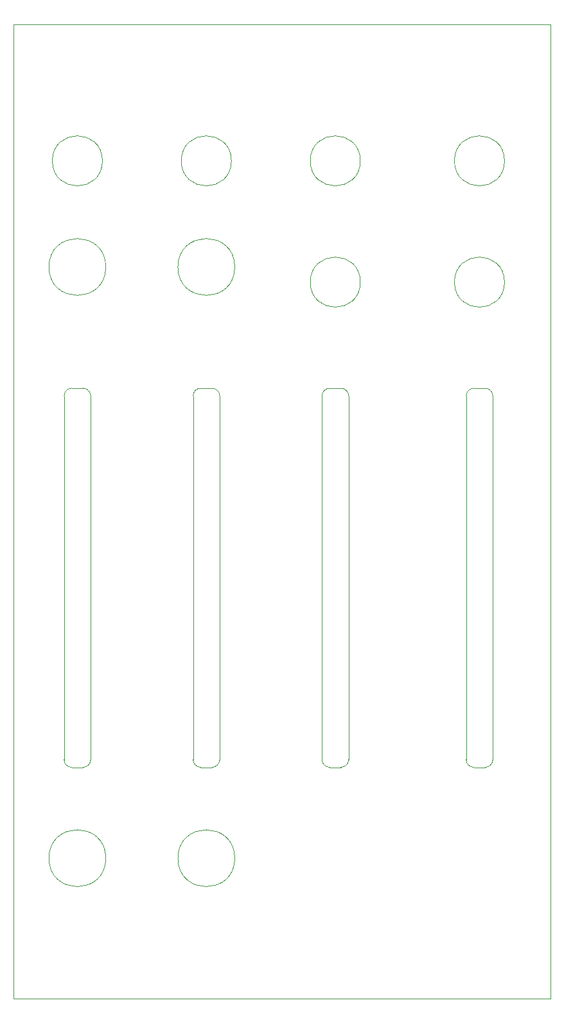
<source format=gm1>
%TF.GenerationSoftware,KiCad,Pcbnew,8.0.8*%
%TF.CreationDate,2025-02-16T22:07:38+00:00*%
%TF.ProjectId,bcm-mixer-panel,62636d2d-6d69-4786-9572-2d70616e656c,rev01*%
%TF.SameCoordinates,Original*%
%TF.FileFunction,Profile,NP*%
%FSLAX46Y46*%
G04 Gerber Fmt 4.6, Leading zero omitted, Abs format (unit mm)*
G04 Created by KiCad (PCBNEW 8.0.8) date 2025-02-16 22:07:38*
%MOMM*%
%LPD*%
G01*
G04 APERTURE LIST*
%TA.AperFunction,Profile*%
%ADD10C,0.050000*%
%TD*%
G04 APERTURE END LIST*
D10*
X93750000Y-90000000D02*
G75*
G02*
X94750000Y-91000000I0J-1000000D01*
G01*
X72250000Y-91000000D02*
X72250000Y-139000000D01*
X91250000Y-91000000D02*
G75*
G02*
X92250000Y-90000000I1000000J0D01*
G01*
X41750000Y-139000000D02*
X41750000Y-91000000D01*
X41750000Y-139000000D02*
G75*
G02*
X40750000Y-140000000I-1000000J0D01*
G01*
X40750000Y-90000000D02*
G75*
G02*
X41750000Y-91000000I0J-1000000D01*
G01*
X93750000Y-90000000D02*
X92250000Y-90000000D01*
X102400000Y-170500000D02*
X31600000Y-170500000D01*
X74750000Y-90000000D02*
G75*
G02*
X75750000Y-91000000I0J-1000000D01*
G01*
X74750000Y-90000000D02*
X73250000Y-90000000D01*
X72250000Y-91000000D02*
G75*
G02*
X73250000Y-90000000I1000000J0D01*
G01*
X58750000Y-139000000D02*
X58750000Y-91000000D01*
X56250000Y-140000000D02*
X57750000Y-140000000D01*
X96300000Y-60000000D02*
G75*
G02*
X89700000Y-60000000I-3300000J0D01*
G01*
X89700000Y-60000000D02*
G75*
G02*
X96300000Y-60000000I3300000J0D01*
G01*
X43750000Y-152000000D02*
G75*
G02*
X36250000Y-152000000I-3750000J0D01*
G01*
X36250000Y-152000000D02*
G75*
G02*
X43750000Y-152000000I3750000J0D01*
G01*
X94750000Y-139000000D02*
G75*
G02*
X93750000Y-140000000I-1000000J0D01*
G01*
X38250000Y-91000000D02*
X38250000Y-139000000D01*
X39250000Y-140000000D02*
X40750000Y-140000000D01*
X92250000Y-140000000D02*
G75*
G02*
X91250000Y-139000000I0J1000000D01*
G01*
X73250000Y-140000000D02*
X74750000Y-140000000D01*
X43750000Y-74000000D02*
G75*
G02*
X36250000Y-74000000I-3750000J0D01*
G01*
X36250000Y-74000000D02*
G75*
G02*
X43750000Y-74000000I3750000J0D01*
G01*
X102400000Y-42000000D02*
X102400000Y-170500000D01*
X55250000Y-91000000D02*
X55250000Y-139000000D01*
X57750000Y-90000000D02*
G75*
G02*
X58750000Y-91000000I0J-1000000D01*
G01*
X55250000Y-91000000D02*
G75*
G02*
X56250000Y-90000000I1000000J0D01*
G01*
X75750000Y-139000000D02*
X75750000Y-91000000D01*
X60300000Y-60000000D02*
G75*
G02*
X53700000Y-60000000I-3300000J0D01*
G01*
X53700000Y-60000000D02*
G75*
G02*
X60300000Y-60000000I3300000J0D01*
G01*
X77300000Y-76000000D02*
G75*
G02*
X70700000Y-76000000I-3300000J0D01*
G01*
X70700000Y-76000000D02*
G75*
G02*
X77300000Y-76000000I3300000J0D01*
G01*
X58750000Y-139000000D02*
G75*
G02*
X57750000Y-140000000I-1000000J0D01*
G01*
X73250000Y-140000000D02*
G75*
G02*
X72250000Y-139000000I0J1000000D01*
G01*
X94750000Y-139000000D02*
X94750000Y-91000000D01*
X75750000Y-139000000D02*
G75*
G02*
X74750000Y-140000000I-1000000J0D01*
G01*
X60750000Y-152000000D02*
G75*
G02*
X53250000Y-152000000I-3750000J0D01*
G01*
X53250000Y-152000000D02*
G75*
G02*
X60750000Y-152000000I3750000J0D01*
G01*
X96300000Y-76000000D02*
G75*
G02*
X89700000Y-76000000I-3300000J0D01*
G01*
X89700000Y-76000000D02*
G75*
G02*
X96300000Y-76000000I3300000J0D01*
G01*
X38250000Y-91000000D02*
G75*
G02*
X39250000Y-90000000I1000000J0D01*
G01*
X57750000Y-90000000D02*
X56250000Y-90000000D01*
X56250000Y-140000000D02*
G75*
G02*
X55250000Y-139000000I0J1000000D01*
G01*
X31600000Y-42000000D02*
X102400000Y-42000000D01*
X39250000Y-140000000D02*
G75*
G02*
X38250000Y-139000000I0J1000000D01*
G01*
X31600000Y-170500000D02*
X31600000Y-42000000D01*
X92250000Y-140000000D02*
X93750000Y-140000000D01*
X60750000Y-74000000D02*
G75*
G02*
X53250000Y-74000000I-3750000J0D01*
G01*
X53250000Y-74000000D02*
G75*
G02*
X60750000Y-74000000I3750000J0D01*
G01*
X77300000Y-60000000D02*
G75*
G02*
X70700000Y-60000000I-3300000J0D01*
G01*
X70700000Y-60000000D02*
G75*
G02*
X77300000Y-60000000I3300000J0D01*
G01*
X40750000Y-90000000D02*
X39250000Y-90000000D01*
X91250000Y-91000000D02*
X91250000Y-139000000D01*
X43300000Y-60000000D02*
G75*
G02*
X36700000Y-60000000I-3300000J0D01*
G01*
X36700000Y-60000000D02*
G75*
G02*
X43300000Y-60000000I3300000J0D01*
G01*
M02*

</source>
